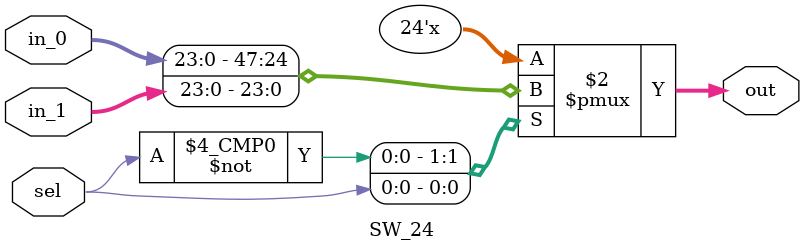
<source format=v>
module SW_24(
	in_0,
	in_1,
	sel,
	out
);

parameter DATA_WIDTH = 24;

input [DATA_WIDTH - 1: 0]in_0;
input [DATA_WIDTH - 1: 0]in_1; 
input sel;
output [DATA_WIDTH - 1: 0]out;

wire [DATA_WIDTH - 1: 0]in_0;
wire [DATA_WIDTH - 1: 0]in_1;

reg [DATA_WIDTH - 1: 0]out;

	always @*
		case (sel)
		0: out = in_0;
		1: out = in_1;
		endcase
endmodule

</source>
